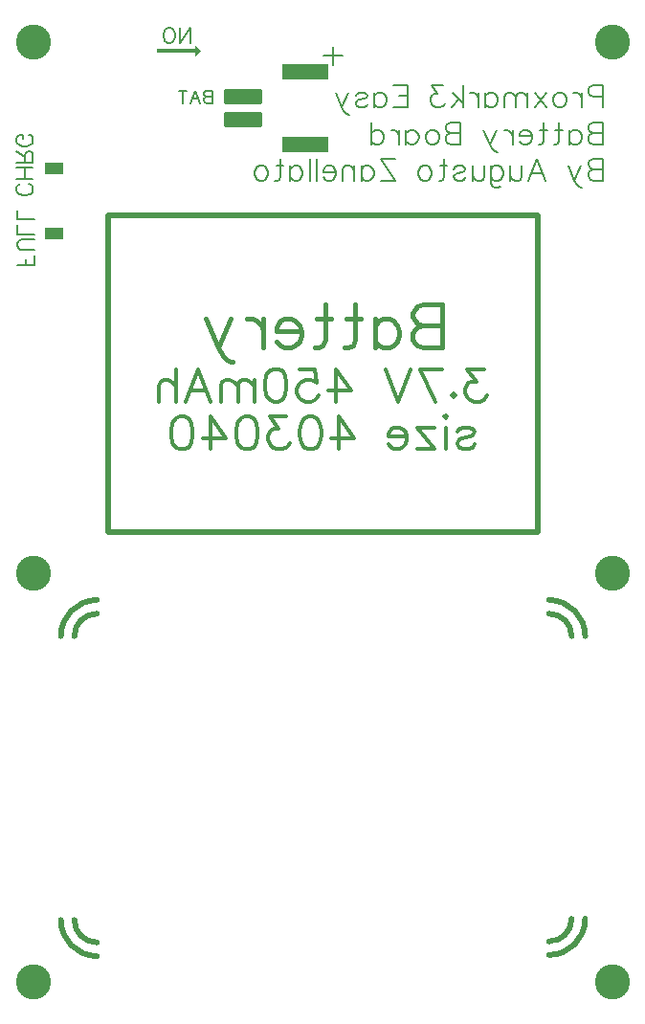
<source format=gbs>
G04 Layer: BottomSolderMaskLayer*
G04 EasyEDA v6.5.23, 2023-05-11 23:14:51*
G04 9144401c2488441e8b95ca08e647d0b0,10*
G04 Gerber Generator version 0.2*
G04 Scale: 100 percent, Rotated: No, Reflected: No *
G04 Dimensions in millimeters *
G04 leading zeros omitted , absolute positions ,4 integer and 5 decimal *
%FSLAX45Y45*%
%MOMM*%

%AMMACRO1*1,1,$1,$2,$3*1,1,$1,$4,$5*1,1,$1,0-$2,0-$3*1,1,$1,0-$4,0-$5*20,1,$1,$2,$3,$4,$5,0*20,1,$1,$4,$5,0-$2,0-$3,0*20,1,$1,0-$2,0-$3,0-$4,0-$5,0*20,1,$1,0-$4,0-$5,$2,$3,0*4,1,4,$2,$3,$4,$5,0-$2,0-$3,0-$4,0-$5,$2,$3,0*%
%ADD10C,0.2032*%
%ADD11C,0.2030*%
%ADD12C,0.1520*%
%ADD13C,0.4000*%
%ADD14C,0.3000*%
%ADD15C,0.2000*%
%ADD16C,0.1524*%
%ADD17MACRO1,0.1X-2X0.61X-2X-0.61*%
%ADD18MACRO1,0.1X-1.65X0.6X-1.65X-0.6*%
%ADD19C,3.1016*%
%ADD20C,0.5000*%
%ADD21C,0.0181*%

%LPD*%
D10*
X5279989Y-624951D02*
G01*
X5279989Y-818913D01*
X5279989Y-624951D02*
G01*
X5196862Y-624951D01*
X5169153Y-634187D01*
X5159916Y-643422D01*
X5150680Y-661896D01*
X5150680Y-689604D01*
X5159916Y-708078D01*
X5169153Y-717313D01*
X5196862Y-726551D01*
X5279989Y-726551D01*
X5089720Y-689604D02*
G01*
X5089720Y-818913D01*
X5089720Y-745022D02*
G01*
X5080485Y-717313D01*
X5062011Y-698842D01*
X5043538Y-689604D01*
X5015829Y-689604D01*
X4908687Y-689604D02*
G01*
X4927160Y-698842D01*
X4945634Y-717313D01*
X4954869Y-745022D01*
X4954869Y-763496D01*
X4945634Y-791204D01*
X4927160Y-809678D01*
X4908687Y-818913D01*
X4880978Y-818913D01*
X4862504Y-809678D01*
X4844034Y-791204D01*
X4834796Y-763496D01*
X4834796Y-745022D01*
X4844034Y-717313D01*
X4862504Y-698842D01*
X4880978Y-689604D01*
X4908687Y-689604D01*
X4773836Y-689604D02*
G01*
X4672236Y-818913D01*
X4672236Y-689604D02*
G01*
X4773836Y-818913D01*
X4611276Y-689604D02*
G01*
X4611276Y-818913D01*
X4611276Y-726551D02*
G01*
X4583567Y-698842D01*
X4565093Y-689604D01*
X4537384Y-689604D01*
X4518914Y-698842D01*
X4509676Y-726551D01*
X4509676Y-818913D01*
X4509676Y-726551D02*
G01*
X4481967Y-698842D01*
X4463493Y-689604D01*
X4435784Y-689604D01*
X4417314Y-698842D01*
X4408076Y-726551D01*
X4408076Y-818913D01*
X4236280Y-689604D02*
G01*
X4236280Y-818913D01*
X4236280Y-717313D02*
G01*
X4254753Y-698842D01*
X4273224Y-689604D01*
X4300933Y-689604D01*
X4319407Y-698842D01*
X4337880Y-717313D01*
X4347116Y-745022D01*
X4347116Y-763496D01*
X4337880Y-791204D01*
X4319407Y-809678D01*
X4300933Y-818913D01*
X4273224Y-818913D01*
X4254753Y-809678D01*
X4236280Y-791204D01*
X4175320Y-689604D02*
G01*
X4175320Y-818913D01*
X4175320Y-745022D02*
G01*
X4166085Y-717313D01*
X4147611Y-698842D01*
X4129138Y-689604D01*
X4101429Y-689604D01*
X4040469Y-624951D02*
G01*
X4040469Y-818913D01*
X3948104Y-689604D02*
G01*
X4040469Y-781969D01*
X4003525Y-745022D02*
G01*
X3938869Y-818913D01*
X3859436Y-624951D02*
G01*
X3757836Y-624951D01*
X3813253Y-698842D01*
X3785544Y-698842D01*
X3767073Y-708078D01*
X3757836Y-717313D01*
X3748600Y-745022D01*
X3748600Y-763496D01*
X3757836Y-791204D01*
X3776309Y-809678D01*
X3804018Y-818913D01*
X3831727Y-818913D01*
X3859436Y-809678D01*
X3868673Y-800442D01*
X3877909Y-781969D01*
X3545400Y-624951D02*
G01*
X3545400Y-818913D01*
X3545400Y-624951D02*
G01*
X3425327Y-624951D01*
X3545400Y-717313D02*
G01*
X3471509Y-717313D01*
X3545400Y-818913D02*
G01*
X3425327Y-818913D01*
X3253531Y-689604D02*
G01*
X3253531Y-818913D01*
X3253531Y-717313D02*
G01*
X3272005Y-698842D01*
X3290476Y-689604D01*
X3318184Y-689604D01*
X3336658Y-698842D01*
X3355131Y-717313D01*
X3364367Y-745022D01*
X3364367Y-763496D01*
X3355131Y-791204D01*
X3336658Y-809678D01*
X3318184Y-818913D01*
X3290476Y-818913D01*
X3272005Y-809678D01*
X3253531Y-791204D01*
X3090971Y-717313D02*
G01*
X3100207Y-698842D01*
X3127916Y-689604D01*
X3155624Y-689604D01*
X3183333Y-698842D01*
X3192571Y-717313D01*
X3183333Y-735787D01*
X3164862Y-745022D01*
X3118680Y-754260D01*
X3100207Y-763496D01*
X3090971Y-781969D01*
X3090971Y-791204D01*
X3100207Y-809678D01*
X3127916Y-818913D01*
X3155624Y-818913D01*
X3183333Y-809678D01*
X3192571Y-791204D01*
X3020773Y-689604D02*
G01*
X2965356Y-818913D01*
X2909938Y-689604D02*
G01*
X2965356Y-818913D01*
X2983829Y-855860D01*
X3002302Y-874334D01*
X3020773Y-883569D01*
X3030011Y-883569D01*
D11*
X5279989Y-1274950D02*
G01*
X5279989Y-1468912D01*
X5279989Y-1274950D02*
G01*
X5196862Y-1274950D01*
X5169153Y-1284185D01*
X5159916Y-1293423D01*
X5150680Y-1311894D01*
X5150680Y-1330368D01*
X5159916Y-1348841D01*
X5169153Y-1358077D01*
X5196862Y-1367312D01*
X5279989Y-1367312D02*
G01*
X5196862Y-1367312D01*
X5169153Y-1376550D01*
X5159916Y-1385785D01*
X5150680Y-1404259D01*
X5150680Y-1431968D01*
X5159916Y-1450441D01*
X5169153Y-1459677D01*
X5196862Y-1468912D01*
X5279989Y-1468912D01*
X5080485Y-1339603D02*
G01*
X5025067Y-1468912D01*
X4969647Y-1339603D02*
G01*
X5025067Y-1468912D01*
X5043538Y-1505859D01*
X5062011Y-1524332D01*
X5080485Y-1533568D01*
X5089720Y-1533568D01*
X4692558Y-1274950D02*
G01*
X4766449Y-1468912D01*
X4692558Y-1274950D02*
G01*
X4618667Y-1468912D01*
X4738740Y-1404259D02*
G01*
X4646376Y-1404259D01*
X4557707Y-1339603D02*
G01*
X4557707Y-1431968D01*
X4548470Y-1459677D01*
X4529998Y-1468912D01*
X4502289Y-1468912D01*
X4483816Y-1459677D01*
X4456107Y-1431968D01*
X4456107Y-1339603D02*
G01*
X4456107Y-1468912D01*
X4284311Y-1339603D02*
G01*
X4284311Y-1487385D01*
X4293547Y-1515094D01*
X4302782Y-1524332D01*
X4321256Y-1533568D01*
X4348965Y-1533568D01*
X4367438Y-1524332D01*
X4284311Y-1367312D02*
G01*
X4302782Y-1348841D01*
X4321256Y-1339603D01*
X4348965Y-1339603D01*
X4367438Y-1348841D01*
X4385911Y-1367312D01*
X4395147Y-1395023D01*
X4395147Y-1413494D01*
X4385911Y-1441203D01*
X4367438Y-1459677D01*
X4348965Y-1468912D01*
X4321256Y-1468912D01*
X4302782Y-1459677D01*
X4284311Y-1441203D01*
X4223351Y-1339603D02*
G01*
X4223351Y-1431968D01*
X4214114Y-1459677D01*
X4195643Y-1468912D01*
X4167934Y-1468912D01*
X4149460Y-1459677D01*
X4121751Y-1431968D01*
X4121751Y-1339603D02*
G01*
X4121751Y-1468912D01*
X3959192Y-1367312D02*
G01*
X3968427Y-1348841D01*
X3996136Y-1339603D01*
X4023847Y-1339603D01*
X4051556Y-1348841D01*
X4060791Y-1367312D01*
X4051556Y-1385785D01*
X4033083Y-1395023D01*
X3986900Y-1404259D01*
X3968427Y-1413494D01*
X3959192Y-1431968D01*
X3959192Y-1441203D01*
X3968427Y-1459677D01*
X3996136Y-1468912D01*
X4023847Y-1468912D01*
X4051556Y-1459677D01*
X4060791Y-1441203D01*
X3870523Y-1274950D02*
G01*
X3870523Y-1431968D01*
X3861287Y-1459677D01*
X3842814Y-1468912D01*
X3824340Y-1468912D01*
X3898231Y-1339603D02*
G01*
X3833578Y-1339603D01*
X3717201Y-1339603D02*
G01*
X3735671Y-1348841D01*
X3754145Y-1367312D01*
X3763380Y-1395023D01*
X3763380Y-1413494D01*
X3754145Y-1441203D01*
X3735671Y-1459677D01*
X3717201Y-1468912D01*
X3689489Y-1468912D01*
X3671018Y-1459677D01*
X3652545Y-1441203D01*
X3643309Y-1413494D01*
X3643309Y-1395023D01*
X3652545Y-1367312D01*
X3671018Y-1348841D01*
X3689489Y-1339603D01*
X3717201Y-1339603D01*
X3310801Y-1274950D02*
G01*
X3440109Y-1468912D01*
X3440109Y-1274950D02*
G01*
X3310801Y-1274950D01*
X3440109Y-1468912D02*
G01*
X3310801Y-1468912D01*
X3139005Y-1339603D02*
G01*
X3139005Y-1468912D01*
X3139005Y-1367312D02*
G01*
X3157476Y-1348841D01*
X3175949Y-1339603D01*
X3203658Y-1339603D01*
X3222132Y-1348841D01*
X3240605Y-1367312D01*
X3249841Y-1395023D01*
X3249841Y-1413494D01*
X3240605Y-1441203D01*
X3222132Y-1459677D01*
X3203658Y-1468912D01*
X3175949Y-1468912D01*
X3157476Y-1459677D01*
X3139005Y-1441203D01*
X3078045Y-1339603D02*
G01*
X3078045Y-1468912D01*
X3078045Y-1376550D02*
G01*
X3050336Y-1348841D01*
X3031863Y-1339603D01*
X3004153Y-1339603D01*
X2985681Y-1348841D01*
X2976445Y-1376550D01*
X2976445Y-1468912D01*
X2915485Y-1395023D02*
G01*
X2804647Y-1395023D01*
X2804647Y-1376550D01*
X2813885Y-1358077D01*
X2823121Y-1348841D01*
X2841594Y-1339603D01*
X2869303Y-1339603D01*
X2887776Y-1348841D01*
X2906247Y-1367312D01*
X2915485Y-1395023D01*
X2915485Y-1413494D01*
X2906247Y-1441203D01*
X2887776Y-1459677D01*
X2869303Y-1468912D01*
X2841594Y-1468912D01*
X2823121Y-1459677D01*
X2804647Y-1441203D01*
X2743690Y-1274950D02*
G01*
X2743690Y-1468912D01*
X2682730Y-1274950D02*
G01*
X2682730Y-1468912D01*
X2510932Y-1339603D02*
G01*
X2510932Y-1468912D01*
X2510932Y-1367312D02*
G01*
X2529405Y-1348841D01*
X2547879Y-1339603D01*
X2575587Y-1339603D01*
X2594061Y-1348841D01*
X2612532Y-1367312D01*
X2621770Y-1395023D01*
X2621770Y-1413494D01*
X2612532Y-1441203D01*
X2594061Y-1459677D01*
X2575587Y-1468912D01*
X2547879Y-1468912D01*
X2529405Y-1459677D01*
X2510932Y-1441203D01*
X2422263Y-1274950D02*
G01*
X2422263Y-1431968D01*
X2413027Y-1459677D01*
X2394554Y-1468912D01*
X2376083Y-1468912D01*
X2449972Y-1339603D02*
G01*
X2385319Y-1339603D01*
X2268941Y-1339603D02*
G01*
X2287414Y-1348841D01*
X2305885Y-1367312D01*
X2315123Y-1395023D01*
X2315123Y-1413494D01*
X2305885Y-1441203D01*
X2287414Y-1459677D01*
X2268941Y-1468912D01*
X2241232Y-1468912D01*
X2222759Y-1459677D01*
X2204285Y-1441203D01*
X2195050Y-1413494D01*
X2195050Y-1395023D01*
X2204285Y-1367312D01*
X2222759Y-1348841D01*
X2241232Y-1339603D01*
X2268941Y-1339603D01*
D12*
X1428178Y-251155D02*
G01*
X1415478Y-244805D01*
X1402778Y-232105D01*
X1396428Y-219405D01*
X1390078Y-200355D01*
X1390078Y-168605D01*
X1396428Y-149555D01*
X1402778Y-136601D01*
X1415478Y-123901D01*
X1428178Y-117551D01*
X1453578Y-117551D01*
X1466278Y-123901D01*
X1478978Y-136601D01*
X1485328Y-149555D01*
X1491932Y-168605D01*
X1491932Y-200355D01*
X1485328Y-219405D01*
X1478978Y-232105D01*
X1466278Y-244805D01*
X1453578Y-251155D01*
X1428178Y-251155D01*
X1533842Y-251155D02*
G01*
X1533842Y-117551D01*
X1533842Y-251155D02*
G01*
X1622996Y-117551D01*
X1622996Y-251155D02*
G01*
X1622996Y-117551D01*
D10*
X5279989Y-954951D02*
G01*
X5279989Y-1148913D01*
X5279989Y-954951D02*
G01*
X5196862Y-954951D01*
X5169153Y-964186D01*
X5159916Y-973421D01*
X5150680Y-991895D01*
X5150680Y-1010368D01*
X5159916Y-1028842D01*
X5169153Y-1038077D01*
X5196862Y-1047313D01*
X5279989Y-1047313D02*
G01*
X5196862Y-1047313D01*
X5169153Y-1056551D01*
X5159916Y-1065786D01*
X5150680Y-1084259D01*
X5150680Y-1111968D01*
X5159916Y-1130442D01*
X5169153Y-1139677D01*
X5196862Y-1148913D01*
X5279989Y-1148913D01*
X4978885Y-1019604D02*
G01*
X4978885Y-1148913D01*
X4978885Y-1047313D02*
G01*
X4997356Y-1028842D01*
X5015829Y-1019604D01*
X5043538Y-1019604D01*
X5062011Y-1028842D01*
X5080485Y-1047313D01*
X5089720Y-1075021D01*
X5089720Y-1093495D01*
X5080485Y-1121204D01*
X5062011Y-1139677D01*
X5043538Y-1148913D01*
X5015829Y-1148913D01*
X4997356Y-1139677D01*
X4978885Y-1121204D01*
X4890213Y-954951D02*
G01*
X4890213Y-1111968D01*
X4880978Y-1139677D01*
X4862504Y-1148913D01*
X4844034Y-1148913D01*
X4917925Y-1019604D02*
G01*
X4853269Y-1019604D01*
X4755365Y-954951D02*
G01*
X4755365Y-1111968D01*
X4746127Y-1139677D01*
X4727653Y-1148913D01*
X4709182Y-1148913D01*
X4783073Y-1019604D02*
G01*
X4718418Y-1019604D01*
X4648222Y-1075021D02*
G01*
X4537384Y-1075021D01*
X4537384Y-1056551D01*
X4546622Y-1038077D01*
X4555858Y-1028842D01*
X4574331Y-1019604D01*
X4602040Y-1019604D01*
X4620514Y-1028842D01*
X4638984Y-1047313D01*
X4648222Y-1075021D01*
X4648222Y-1093495D01*
X4638984Y-1121204D01*
X4620514Y-1139677D01*
X4602040Y-1148913D01*
X4574331Y-1148913D01*
X4555858Y-1139677D01*
X4537384Y-1121204D01*
X4476424Y-1019604D02*
G01*
X4476424Y-1148913D01*
X4476424Y-1075021D02*
G01*
X4467189Y-1047313D01*
X4448716Y-1028842D01*
X4430245Y-1019604D01*
X4402533Y-1019604D01*
X4332338Y-1019604D02*
G01*
X4276920Y-1148913D01*
X4221502Y-1019604D02*
G01*
X4276920Y-1148913D01*
X4295394Y-1185859D01*
X4313864Y-1204333D01*
X4332338Y-1213568D01*
X4341573Y-1213568D01*
X4018302Y-954951D02*
G01*
X4018302Y-1148913D01*
X4018302Y-954951D02*
G01*
X3935173Y-954951D01*
X3907464Y-964186D01*
X3898229Y-973421D01*
X3888994Y-991895D01*
X3888994Y-1010368D01*
X3898229Y-1028842D01*
X3907464Y-1038077D01*
X3935173Y-1047313D01*
X4018302Y-1047313D02*
G01*
X3935173Y-1047313D01*
X3907464Y-1056551D01*
X3898229Y-1065786D01*
X3888994Y-1084259D01*
X3888994Y-1111968D01*
X3898229Y-1130442D01*
X3907464Y-1139677D01*
X3935173Y-1148913D01*
X4018302Y-1148913D01*
X3781851Y-1019604D02*
G01*
X3800325Y-1028842D01*
X3818796Y-1047313D01*
X3828034Y-1075021D01*
X3828034Y-1093495D01*
X3818796Y-1121204D01*
X3800325Y-1139677D01*
X3781851Y-1148913D01*
X3754142Y-1148913D01*
X3735669Y-1139677D01*
X3717196Y-1121204D01*
X3707960Y-1093495D01*
X3707960Y-1075021D01*
X3717196Y-1047313D01*
X3735669Y-1028842D01*
X3754142Y-1019604D01*
X3781851Y-1019604D01*
X3536165Y-1019604D02*
G01*
X3536165Y-1148913D01*
X3536165Y-1047313D02*
G01*
X3554636Y-1028842D01*
X3573109Y-1019604D01*
X3600818Y-1019604D01*
X3619291Y-1028842D01*
X3637765Y-1047313D01*
X3647000Y-1075021D01*
X3647000Y-1093495D01*
X3637765Y-1121204D01*
X3619291Y-1139677D01*
X3600818Y-1148913D01*
X3573109Y-1148913D01*
X3554636Y-1139677D01*
X3536165Y-1121204D01*
X3475205Y-1019604D02*
G01*
X3475205Y-1148913D01*
X3475205Y-1075021D02*
G01*
X3465967Y-1047313D01*
X3447493Y-1028842D01*
X3429022Y-1019604D01*
X3401314Y-1019604D01*
X3229516Y-954951D02*
G01*
X3229516Y-1148913D01*
X3229516Y-1047313D02*
G01*
X3247989Y-1028842D01*
X3266462Y-1019604D01*
X3294171Y-1019604D01*
X3312645Y-1028842D01*
X3331116Y-1047313D01*
X3340353Y-1075021D01*
X3340353Y-1093495D01*
X3331116Y-1121204D01*
X3312645Y-1139677D01*
X3294171Y-1148913D01*
X3266462Y-1148913D01*
X3247989Y-1139677D01*
X3229516Y-1121204D01*
X2886867Y-282661D02*
G01*
X2886867Y-448914D01*
X2969994Y-365787D02*
G01*
X2803738Y-365787D01*
D13*
X3849992Y-2566357D02*
G01*
X3849992Y-2948175D01*
X3849992Y-2566357D02*
G01*
X3686355Y-2566357D01*
X3631811Y-2584541D01*
X3613630Y-2602722D01*
X3595446Y-2639085D01*
X3595446Y-2675448D01*
X3613630Y-2711813D01*
X3631811Y-2729994D01*
X3686355Y-2748175D01*
X3849992Y-2748175D02*
G01*
X3686355Y-2748175D01*
X3631811Y-2766357D01*
X3613630Y-2784541D01*
X3595446Y-2820903D01*
X3595446Y-2875447D01*
X3613630Y-2911812D01*
X3631811Y-2929994D01*
X3686355Y-2948175D01*
X3849992Y-2948175D01*
X3257265Y-2693631D02*
G01*
X3257265Y-2948175D01*
X3257265Y-2748175D02*
G01*
X3293630Y-2711813D01*
X3329993Y-2693631D01*
X3384539Y-2693631D01*
X3420902Y-2711813D01*
X3457265Y-2748175D01*
X3475446Y-2802722D01*
X3475446Y-2839085D01*
X3457265Y-2893631D01*
X3420902Y-2929994D01*
X3384539Y-2948175D01*
X3329993Y-2948175D01*
X3293630Y-2929994D01*
X3257265Y-2893631D01*
X3082721Y-2566357D02*
G01*
X3082721Y-2875447D01*
X3064540Y-2929994D01*
X3028175Y-2948175D01*
X2991812Y-2948175D01*
X3137265Y-2693631D02*
G01*
X3009993Y-2693631D01*
X2817266Y-2566357D02*
G01*
X2817266Y-2875447D01*
X2799085Y-2929994D01*
X2762722Y-2948175D01*
X2726357Y-2948175D01*
X2871812Y-2693631D02*
G01*
X2744541Y-2693631D01*
X2606357Y-2802722D02*
G01*
X2388176Y-2802722D01*
X2388176Y-2766357D01*
X2406357Y-2729994D01*
X2424541Y-2711813D01*
X2460904Y-2693631D01*
X2515448Y-2693631D01*
X2551813Y-2711813D01*
X2588176Y-2748175D01*
X2606357Y-2802722D01*
X2606357Y-2839085D01*
X2588176Y-2893631D01*
X2551813Y-2929994D01*
X2515448Y-2948175D01*
X2460904Y-2948175D01*
X2424541Y-2929994D01*
X2388176Y-2893631D01*
X2268176Y-2693631D02*
G01*
X2268176Y-2948175D01*
X2268176Y-2802722D02*
G01*
X2249995Y-2748175D01*
X2213632Y-2711813D01*
X2177267Y-2693631D01*
X2122723Y-2693631D01*
X1984542Y-2693631D02*
G01*
X1875449Y-2948175D01*
X1766359Y-2693631D02*
G01*
X1875449Y-2948175D01*
X1911814Y-3020903D01*
X1948177Y-3057265D01*
X1984542Y-3075447D01*
X2002723Y-3075447D01*
D14*
X4222719Y-3137265D02*
G01*
X4072719Y-3137265D01*
X4154538Y-3246356D01*
X4113629Y-3246356D01*
X4086354Y-3259993D01*
X4072719Y-3273630D01*
X4059082Y-3314539D01*
X4059082Y-3341811D01*
X4072719Y-3382721D01*
X4099991Y-3409993D01*
X4140901Y-3423630D01*
X4181810Y-3423630D01*
X4222719Y-3409993D01*
X4236354Y-3396355D01*
X4249991Y-3369083D01*
X3955445Y-3355446D02*
G01*
X3969082Y-3369083D01*
X3955445Y-3382721D01*
X3941810Y-3369083D01*
X3955445Y-3355446D01*
X3660902Y-3137265D02*
G01*
X3797264Y-3423630D01*
X3851810Y-3137265D02*
G01*
X3660902Y-3137265D01*
X3570902Y-3137265D02*
G01*
X3461811Y-3423630D01*
X3352721Y-3137265D02*
G01*
X3461811Y-3423630D01*
X2916356Y-3137265D02*
G01*
X3052721Y-3328174D01*
X2848175Y-3328174D01*
X2916356Y-3137265D02*
G01*
X2916356Y-3423630D01*
X2594541Y-3137265D02*
G01*
X2730903Y-3137265D01*
X2744541Y-3259993D01*
X2730903Y-3246356D01*
X2689994Y-3232721D01*
X2649085Y-3232721D01*
X2608176Y-3246356D01*
X2580904Y-3273630D01*
X2567266Y-3314539D01*
X2567266Y-3341811D01*
X2580904Y-3382721D01*
X2608176Y-3409993D01*
X2649085Y-3423630D01*
X2689994Y-3423630D01*
X2730903Y-3409993D01*
X2744541Y-3396355D01*
X2758175Y-3369083D01*
X2395448Y-3137265D02*
G01*
X2436357Y-3150903D01*
X2463632Y-3191812D01*
X2477267Y-3259993D01*
X2477267Y-3300902D01*
X2463632Y-3369083D01*
X2436357Y-3409993D01*
X2395448Y-3423630D01*
X2368176Y-3423630D01*
X2327267Y-3409993D01*
X2299995Y-3369083D01*
X2286358Y-3300902D01*
X2286358Y-3259993D01*
X2299995Y-3191812D01*
X2327267Y-3150903D01*
X2368176Y-3137265D01*
X2395448Y-3137265D01*
X2196358Y-3232721D02*
G01*
X2196358Y-3423630D01*
X2196358Y-3287265D02*
G01*
X2155449Y-3246356D01*
X2128177Y-3232721D01*
X2087267Y-3232721D01*
X2059995Y-3246356D01*
X2046358Y-3287265D01*
X2046358Y-3423630D01*
X2046358Y-3287265D02*
G01*
X2005449Y-3246356D01*
X1978177Y-3232721D01*
X1937268Y-3232721D01*
X1909996Y-3246356D01*
X1896358Y-3287265D01*
X1896358Y-3423630D01*
X1697268Y-3137265D02*
G01*
X1806359Y-3423630D01*
X1697268Y-3137265D02*
G01*
X1588178Y-3423630D01*
X1765449Y-3328174D02*
G01*
X1629087Y-3328174D01*
X1498178Y-3137265D02*
G01*
X1498178Y-3423630D01*
X1498178Y-3287265D02*
G01*
X1457269Y-3246356D01*
X1429997Y-3232721D01*
X1389087Y-3232721D01*
X1361815Y-3246356D01*
X1348178Y-3287265D01*
X1348178Y-3423630D01*
X3989992Y-3693629D02*
G01*
X4003629Y-3666355D01*
X4044538Y-3652720D01*
X4085445Y-3652720D01*
X4126354Y-3666355D01*
X4139991Y-3693629D01*
X4126354Y-3720901D01*
X4099082Y-3734539D01*
X4030901Y-3748173D01*
X4003629Y-3761811D01*
X3989992Y-3789083D01*
X3989992Y-3802720D01*
X4003629Y-3829992D01*
X4044538Y-3843629D01*
X4085445Y-3843629D01*
X4126354Y-3829992D01*
X4139991Y-3802720D01*
X3899992Y-3557264D02*
G01*
X3886354Y-3570902D01*
X3872720Y-3557264D01*
X3886354Y-3543630D01*
X3899992Y-3557264D01*
X3886354Y-3652720D02*
G01*
X3886354Y-3843629D01*
X3632720Y-3652720D02*
G01*
X3782720Y-3843629D01*
X3782720Y-3652720D02*
G01*
X3632720Y-3652720D01*
X3782720Y-3843629D02*
G01*
X3632720Y-3843629D01*
X3542720Y-3734539D02*
G01*
X3379083Y-3734539D01*
X3379083Y-3707264D01*
X3392721Y-3679992D01*
X3406355Y-3666355D01*
X3433630Y-3652720D01*
X3474539Y-3652720D01*
X3501811Y-3666355D01*
X3529083Y-3693629D01*
X3542720Y-3734539D01*
X3542720Y-3761811D01*
X3529083Y-3802720D01*
X3501811Y-3829992D01*
X3474539Y-3843629D01*
X3433630Y-3843629D01*
X3406355Y-3829992D01*
X3379083Y-3802720D01*
X2942722Y-3557264D02*
G01*
X3079084Y-3748173D01*
X2874540Y-3748173D01*
X2942722Y-3557264D02*
G01*
X2942722Y-3843629D01*
X2702722Y-3557264D02*
G01*
X2743631Y-3570902D01*
X2770903Y-3611811D01*
X2784541Y-3679992D01*
X2784541Y-3720901D01*
X2770903Y-3789083D01*
X2743631Y-3829992D01*
X2702722Y-3843629D01*
X2675448Y-3843629D01*
X2634541Y-3829992D01*
X2607266Y-3789083D01*
X2593632Y-3720901D01*
X2593632Y-3679992D01*
X2607266Y-3611811D01*
X2634541Y-3570902D01*
X2675448Y-3557264D01*
X2702722Y-3557264D01*
X2476357Y-3557264D02*
G01*
X2326358Y-3557264D01*
X2408176Y-3666355D01*
X2367267Y-3666355D01*
X2339995Y-3679992D01*
X2326358Y-3693629D01*
X2312723Y-3734539D01*
X2312723Y-3761811D01*
X2326358Y-3802720D01*
X2353632Y-3829992D01*
X2394541Y-3843629D01*
X2435448Y-3843629D01*
X2476357Y-3829992D01*
X2489995Y-3816355D01*
X2503632Y-3789083D01*
X2140905Y-3557264D02*
G01*
X2181814Y-3570902D01*
X2209086Y-3611811D01*
X2222723Y-3679992D01*
X2222723Y-3720901D01*
X2209086Y-3789083D01*
X2181814Y-3829992D01*
X2140905Y-3843629D01*
X2113633Y-3843629D01*
X2072723Y-3829992D01*
X2045449Y-3789083D01*
X2031814Y-3720901D01*
X2031814Y-3679992D01*
X2045449Y-3611811D01*
X2072723Y-3570902D01*
X2113633Y-3557264D01*
X2140905Y-3557264D01*
X1805449Y-3557264D02*
G01*
X1941814Y-3748173D01*
X1737268Y-3748173D01*
X1805449Y-3557264D02*
G01*
X1805449Y-3843629D01*
X1565450Y-3557264D02*
G01*
X1606359Y-3570902D01*
X1633634Y-3611811D01*
X1647268Y-3679992D01*
X1647268Y-3720901D01*
X1633634Y-3789083D01*
X1606359Y-3829992D01*
X1565450Y-3843629D01*
X1538178Y-3843629D01*
X1497269Y-3829992D01*
X1469997Y-3789083D01*
X1456359Y-3720901D01*
X1456359Y-3679992D01*
X1469997Y-3611811D01*
X1497269Y-3570902D01*
X1538178Y-3557264D01*
X1565450Y-3557264D01*
D15*
X198836Y-1496359D02*
G01*
X212653Y-1503268D01*
X226471Y-1517088D01*
X233380Y-1530906D01*
X233380Y-1558541D01*
X226471Y-1572361D01*
X212653Y-1586179D01*
X198836Y-1593088D01*
X178109Y-1599996D01*
X143563Y-1599996D01*
X122836Y-1593088D01*
X109016Y-1586179D01*
X95199Y-1572361D01*
X88290Y-1558541D01*
X88290Y-1530906D01*
X95199Y-1517088D01*
X109016Y-1503268D01*
X122836Y-1496359D01*
X233380Y-1450761D02*
G01*
X88290Y-1450761D01*
X233380Y-1354033D02*
G01*
X88290Y-1354033D01*
X164289Y-1450761D02*
G01*
X164289Y-1354033D01*
X233380Y-1308432D02*
G01*
X88290Y-1308432D01*
X233380Y-1308432D02*
G01*
X233380Y-1246251D01*
X226471Y-1225524D01*
X219562Y-1218615D01*
X205745Y-1211706D01*
X191927Y-1211706D01*
X178109Y-1218615D01*
X171198Y-1225524D01*
X164289Y-1246251D01*
X164289Y-1308432D01*
X164289Y-1260071D02*
G01*
X88290Y-1211706D01*
X198836Y-1062471D02*
G01*
X212653Y-1069380D01*
X226471Y-1083198D01*
X233380Y-1097015D01*
X233380Y-1124651D01*
X226471Y-1138471D01*
X212653Y-1152288D01*
X198836Y-1159197D01*
X178109Y-1166106D01*
X143563Y-1166106D01*
X122836Y-1159197D01*
X109016Y-1152288D01*
X95199Y-1138471D01*
X88290Y-1124651D01*
X88290Y-1097015D01*
X95199Y-1083198D01*
X109016Y-1069380D01*
X122836Y-1062471D01*
X143563Y-1062471D01*
X143563Y-1097015D02*
G01*
X143563Y-1062471D01*
X243380Y-2219995D02*
G01*
X98290Y-2219995D01*
X243380Y-2219995D02*
G01*
X243380Y-2130178D01*
X174289Y-2219995D02*
G01*
X174289Y-2164722D01*
X243380Y-2084578D02*
G01*
X139745Y-2084578D01*
X119016Y-2077669D01*
X105199Y-2063851D01*
X98290Y-2043122D01*
X98290Y-2029305D01*
X105199Y-2008578D01*
X119016Y-1994758D01*
X139745Y-1987849D01*
X243380Y-1987849D01*
X243380Y-1942251D02*
G01*
X98290Y-1942251D01*
X98290Y-1942251D02*
G01*
X98290Y-1859340D01*
X243380Y-1813742D02*
G01*
X98290Y-1813742D01*
X98290Y-1813742D02*
G01*
X98290Y-1730832D01*
D16*
X1819996Y-674659D02*
G01*
X1819996Y-783762D01*
X1819996Y-674659D02*
G01*
X1773237Y-674659D01*
X1757652Y-679853D01*
X1752455Y-685050D01*
X1747260Y-695441D01*
X1747260Y-705832D01*
X1752455Y-716224D01*
X1757652Y-721418D01*
X1773237Y-726612D01*
X1819996Y-726612D02*
G01*
X1773237Y-726612D01*
X1757652Y-731809D01*
X1752455Y-737003D01*
X1747260Y-747395D01*
X1747260Y-762982D01*
X1752455Y-773374D01*
X1757652Y-778568D01*
X1773237Y-783762D01*
X1819996Y-783762D01*
X1671406Y-674659D02*
G01*
X1712970Y-783762D01*
X1671406Y-674659D02*
G01*
X1629841Y-783762D01*
X1697382Y-747395D02*
G01*
X1645429Y-747395D01*
X1559184Y-674659D02*
G01*
X1559184Y-783762D01*
X1595551Y-674659D02*
G01*
X1522816Y-674659D01*
G36*
X1669999Y-270002D02*
G01*
X1669999Y-300024D01*
X1329994Y-300024D01*
X1329994Y-340004D01*
X1669999Y-340004D01*
X1669999Y-369976D01*
X1719986Y-319989D01*
G37*
D17*
G01*
X2645798Y-509998D03*
D18*
G01*
X2094007Y-929998D03*
G01*
X2094007Y-729998D03*
D17*
G01*
X2645798Y-1149997D03*
D19*
G01*
X240004Y-8559995D03*
G01*
X5359984Y-8559995D03*
G01*
X240004Y-4939987D03*
G01*
X5359984Y-4939987D03*
G01*
X5359984Y-239996D03*
G01*
X240004Y-239996D03*
D20*
G75*
G01*
X799998Y-8329988D02*
G02*
X479999Y-8009989I0J319999D01*
G75*
G01*
X799998Y-8209989D02*
G02*
X599999Y-8009989I0J200000D01*
G75*
G01*
X4799980Y-8199984D02*
G03*
X4999980Y-7999984I0J200000D01*
G75*
G01*
X4799980Y-8319983D02*
G03*
X5119980Y-7999984I0J319999D01*
G75*
G01*
X4799983Y-5299989D02*
G02*
X4999982Y-5499989I0J-200000D01*
G75*
G01*
X799998Y-5299989D02*
G03*
X599999Y-5499989I0J-200000D01*
G75*
G01*
X799998Y-5179990D02*
G03*
X479999Y-5499989I0J-319999D01*
G75*
G01*
X4799983Y-5179990D02*
G02*
X5119982Y-5499989I0J-319999D01*
G36*
X340004Y-1309997D02*
G01*
X499999Y-1309997D01*
X499999Y-1409997D01*
X340004Y-1409997D01*
G37*
G36*
X340004Y-1890006D02*
G01*
X499999Y-1890006D01*
X499999Y-1990006D01*
X340004Y-1990006D01*
G37*
X899998Y-1779998D02*
G01*
X4699990Y-1779998D01*
X4699990Y-4579993D01*
X899998Y-4579993D01*
X899998Y-1779998D01*
M02*

</source>
